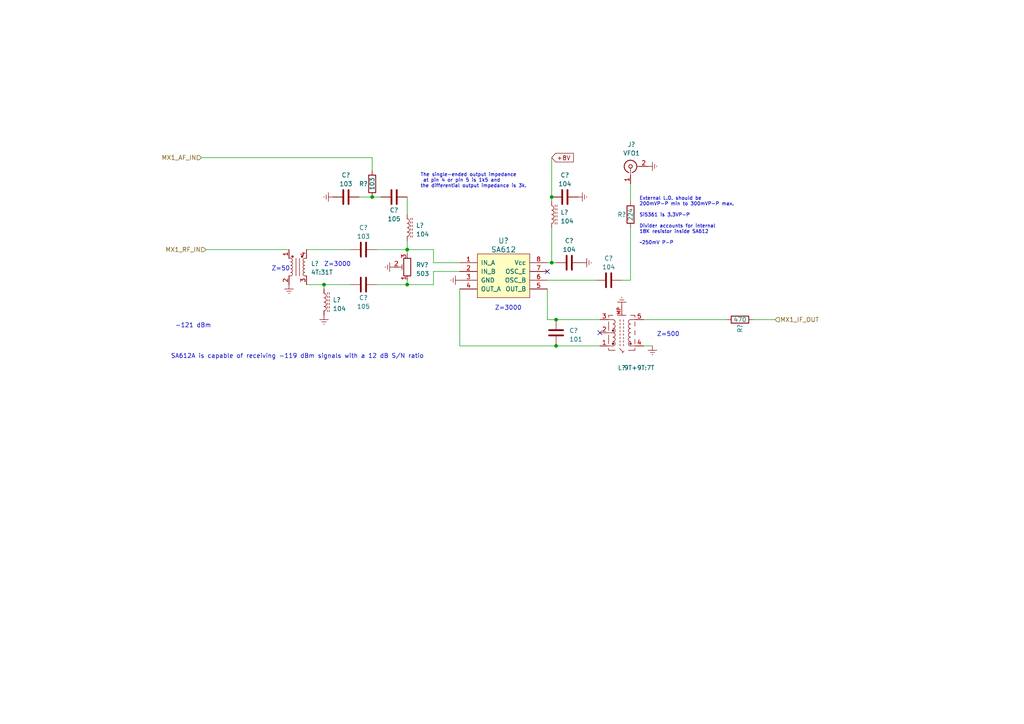
<source format=kicad_sch>
(kicad_sch (version 20230121) (generator eeschema)
  (paper "A4")
  (lib_symbols
    (symbol "Connector:Conn_Coaxial" (pin_names (offset 1.016) hide)
      (property "Reference" "J" (at 0.254 3.048 0))
      (property "Value" "Conn_Coaxial" (at 2.921 0 90))
      (symbol "Conn_Coaxial_0_1"
        (arc (start -1.778 -0.508) (mid 0.2311 -1.8066) (end 1.778 0) (stroke (width 0.254)))
        (polyline (pts (xy -2.54 0) (xy -0.508 0)))
        (polyline (pts (xy 0 -2.54) (xy 0 -1.778)))
        (circle (center 0 0) (radius 0.508) (stroke (width 0.2032)))
        (arc (start 1.778 0) (mid 0.2099 1.8101) (end -1.778 0.508) (stroke (width 0.254)))
      )
      (symbol "Conn_Coaxial_1_1"
        (pin passive line (at -5.08 0 0) (length 2.54) (name "In") (number "1"))
        (pin passive line (at 0 -5.08 90) (length 2.54) (name "Ext") (number "2"))
      )
    )
    (symbol "Device:C" (pin_numbers hide) (pin_names (offset 0.254))
      (property "Reference" "C" (at 0.635 2.54 0))
      (property "Value" "C" (at 0.635 -2.54 0))
      (symbol "C_0_1"
        (polyline (pts (xy -2.032 -0.762) (xy 2.032 -0.762)) (stroke (width 0.508)))
        (polyline (pts (xy -2.032 0.762) (xy 2.032 0.762)) (stroke (width 0.508)))
      )
      (symbol "C_1_1"
        (pin passive line (at 0 3.81 270) (length 2.794) (name "~") (number "1"))
        (pin passive line (at 0 -3.81 90) (length 2.794) (name "~") (number "2"))
      )
    )
    (symbol "Device:L_Ferrite" (pin_numbers hide) (pin_names (offset 1.016) hide)
      (property "Reference" "L" (at -1.27 0 90))
      (property "Value" "L_Ferrite" (at 2.794 0 90))
      (symbol "L_Ferrite_0_1"
        (arc (start 0 -2.54) (mid 0.6323 -1.905) (end 0 -1.27))
        (arc (start 0 -1.27) (mid 0.6323 -0.635) (end 0 0))
        (polyline (pts (xy 1.016 -2.794) (xy 1.016 -2.286)))
        (polyline (pts (xy 1.016 -1.778) (xy 1.016 -1.27)))
        (polyline (pts (xy 1.016 -0.762) (xy 1.016 -0.254)))
        (polyline (pts (xy 1.016 0.254) (xy 1.016 0.762)))
        (polyline (pts (xy 1.016 1.27) (xy 1.016 1.778)))
        (polyline (pts (xy 1.016 2.286) (xy 1.016 2.794)))
        (polyline (pts (xy 1.524 -2.286) (xy 1.524 -2.794)))
        (polyline (pts (xy 1.524 -1.27) (xy 1.524 -1.778)))
        (polyline (pts (xy 1.524 -0.254) (xy 1.524 -0.762)))
        (polyline (pts (xy 1.524 0.762) (xy 1.524 0.254)))
        (polyline (pts (xy 1.524 1.778) (xy 1.524 1.27)))
        (polyline (pts (xy 1.524 2.794) (xy 1.524 2.286)))
        (arc (start 0 0) (mid 0.6323 0.635) (end 0 1.27))
        (arc (start 0 1.27) (mid 0.6323 1.905) (end 0 2.54))
      )
      (symbol "L_Ferrite_1_1"
        (pin passive line (at 0 3.81 270) (length 1.27) (name "1") (number "1"))
        (pin passive line (at 0 -3.81 90) (length 1.27) (name "2") (number "2"))
      )
    )
    (symbol "Device:L_Iron_Coupled_1243" (pin_names (offset 0.254) hide)
      (property "Reference" "L" (at 0 4.445 0))
      (property "Value" "L_Iron_Coupled_1243" (at 0 -4.445 0))
      (symbol "L_Iron_Coupled_1243_0_1"
        (circle (center -3.048 -1.27) (radius 0.254) (fill (type outline)))
        (circle (center -3.048 1.524) (radius 0.254) (fill (type outline)))
        (arc (start -2.54 2.032) (mid -2.032 1.5262) (end -1.524 2.032))
        (arc (start -1.524 -2.032) (mid -2.032 -1.5262) (end -2.54 -2.032))
        (arc (start -1.524 2.032) (mid -1.016 1.5262) (end -0.508 2.032))
        (arc (start -0.508 -2.032) (mid -1.016 -1.5262) (end -1.524 -2.032))
        (arc (start -0.508 2.032) (mid 0 1.5262) (end 0.508 2.032))
        (polyline (pts (xy -2.54 -2.032) (xy -2.54 -2.54)))
        (polyline (pts (xy -2.54 0.508) (xy 2.54 0.508)))
        (polyline (pts (xy -2.54 2.032) (xy -2.54 2.54)))
        (polyline (pts (xy 2.54 -2.032) (xy 2.54 -2.54)))
        (polyline (pts (xy 2.54 -0.508) (xy -2.54 -0.508)))
        (polyline (pts (xy 2.54 2.54) (xy 2.54 2.032)))
        (arc (start 0.508 -2.032) (mid 0 -1.5262) (end -0.508 -2.032))
        (arc (start 0.508 2.032) (mid 1.016 1.5262) (end 1.524 2.032))
        (arc (start 1.524 -2.032) (mid 1.016 -1.5262) (end 0.508 -2.032))
        (arc (start 1.524 2.032) (mid 2.032 1.5262) (end 2.54 2.032))
        (arc (start 2.54 -2.032) (mid 2.032 -1.5262) (end 1.524 -2.032))
      )
      (symbol "L_Iron_Coupled_1243_1_1"
        (pin passive line (at -5.08 2.54 0) (length 2.54) (name "1") (number "1"))
        (pin passive line (at 5.08 2.54 180) (length 2.54) (name "2") (number "2"))
        (pin passive line (at 5.08 -2.54 180) (length 2.54) (name "3") (number "3"))
        (pin passive line (at -5.08 -2.54 0) (length 2.54) (name "4") (number "4"))
      )
    )
    (symbol "Device:R" (pin_numbers hide) (pin_names (offset 0))
      (property "Reference" "R" (at 2.032 0 90))
      (property "Value" "R" (at 0 0 90))
      (symbol "R_0_1"
        (rectangle (start -1.016 -2.54) (end 1.016 2.54) (stroke (width 0.254)))
      )
      (symbol "R_1_1"
        (pin passive line (at 0 3.81 270) (length 1.27) (name "~") (number "1"))
        (pin passive line (at 0 -3.81 90) (length 1.27) (name "~") (number "2"))
      )
    )
    (symbol "Device:R_Potentiometer_Trim" (pin_names (offset 1.016) hide)
      (property "Reference" "RV" (at -4.445 0 90))
      (property "Value" "R_Potentiometer_Trim" (at -2.54 0 90))
      (symbol "R_Potentiometer_Trim_0_1"
        (polyline (pts (xy 1.524 0.762) (xy 1.524 -0.762)))
        (polyline (pts (xy 2.54 0) (xy 1.524 0)))
        (rectangle (start 1.016 2.54) (end -1.016 -2.54) (stroke (width 0.254)))
      )
      (symbol "R_Potentiometer_Trim_1_1"
        (pin passive line (at 0 3.81 270) (length 1.27) (name "1") (number "1"))
        (pin passive line (at 3.81 0 180) (length 1.27) (name "2") (number "2"))
        (pin passive line (at 0 -3.81 90) (length 1.27) (name "3") (number "3"))
      )
    )
    (symbol "PhilsLibrary:L_Core_Ferrite_Coupled_12345" (pin_names (offset 0.254) hide)
      (property "Reference" "L" (at 0 7.493 0))
      (property "Value" "L_Core_Ferrite_Coupled_12345" (at 2.54 -15.24 0))
      (symbol "L_Core_Ferrite_Coupled_12345_0_1"
        (circle (center -2.54 3.175) (radius 0.254) (fill (type outline)))
        (polyline (pts (xy -3.81 -0.635) (xy -3.81 -3.175)))
        (polyline (pts (xy -3.81 3.175) (xy -3.81 0.635)))
        (polyline (pts (xy -3.81 3.81) (xy -2.54 3.81)))
        (polyline (pts (xy -2.54 -3.81) (xy -3.81 -3.81)))
        (polyline (pts (xy -2.54 0) (xy -3.81 0)))
        (polyline (pts (xy -1.27 -5.08) (xy 1.27 -5.08)))
        (polyline (pts (xy -0.508 -2.794) (xy -0.508 -2.286)))
        (polyline (pts (xy -0.508 -1.778) (xy -0.508 -1.27)))
        (polyline (pts (xy -0.508 -0.762) (xy -0.508 -0.254)))
        (polyline (pts (xy -0.508 0.254) (xy -0.508 0.762)))
        (polyline (pts (xy -0.508 1.27) (xy -0.508 1.778)))
        (polyline (pts (xy -0.508 2.286) (xy -0.508 2.794)))
        (polyline (pts (xy 0 -5.715) (xy 0 -5.08)))
        (polyline (pts (xy 0.508 -2.794) (xy 0.508 -2.286)))
        (polyline (pts (xy 0.508 -1.778) (xy 0.508 -1.27)))
        (polyline (pts (xy 0.508 -0.762) (xy 0.508 -0.254)))
        (polyline (pts (xy 0.508 0.254) (xy 0.508 0.762)))
        (polyline (pts (xy 0.508 1.27) (xy 0.508 1.778)))
        (polyline (pts (xy 0.508 2.286) (xy 0.508 2.794)))
        (polyline (pts (xy 2.54 -5.08) (xy 3.81 -5.08)))
        (polyline (pts (xy 3.81 -5.08) (xy 3.81 -4.445)))
        (polyline (pts (xy 3.81 -3.81) (xy 2.54 -3.81)))
        (polyline (pts (xy 3.81 -3.175) (xy 3.81 -1.905)))
        (polyline (pts (xy 3.81 -0.635) (xy 3.81 0.635)))
        (polyline (pts (xy 3.81 3.175) (xy 3.81 1.905)))
        (polyline (pts (xy 3.81 3.81) (xy 2.54 3.81)))
        (polyline (pts (xy -3.81 -4.445) (xy -3.81 -5.08) (xy -2.54 -5.08)))
        (polyline (pts (xy -3.81 4.445) (xy -3.81 5.08) (xy -1.905 5.08)))
        (polyline (pts (xy 3.81 4.445) (xy 3.81 5.08) (xy 1.905 5.08)))
        (polyline (pts (xy -0.635 4.572) (xy 0.381 5.588) (xy 0.635 5.334) (xy 0.127 5.842)))
        (arc (start 2.54 1.27) (mid 1.9077 0.635) (end 2.54 0))
        (circle (center 2.54 3.175) (radius 0.254) (fill (type outline)))
      )
      (symbol "L_Core_Ferrite_Coupled_12345_1_1"
        (arc (start -2.54 -3.81) (mid -1.9077 -3.175) (end -2.54 -2.54))
        (arc (start -2.54 -2.54) (mid -1.9077 -1.905) (end -2.54 -1.27))
        (arc (start -2.54 -1.27) (mid -1.9077 -0.635) (end -2.54 0))
        (circle (center -2.54 -0.635) (radius 0.254) (fill (type outline)))
        (arc (start -2.54 0) (mid -1.9077 0.635) (end -2.54 1.27))
        (arc (start -2.54 1.27) (mid -1.9077 1.905) (end -2.54 2.54))
        (arc (start -2.54 2.54) (mid -1.9077 3.175) (end -2.54 3.81))
        (polyline (pts (xy -0.508 -3.81) (xy -0.508 -3.302)))
        (polyline (pts (xy -0.508 3.302) (xy -0.508 3.81)))
        (polyline (pts (xy 0.508 -3.81) (xy 0.508 -3.302)))
        (polyline (pts (xy 0.508 3.302) (xy 0.508 3.81)))
        (arc (start 2.54 -2.54) (mid 1.9077 -3.175) (end 2.54 -3.81))
        (arc (start 2.54 -1.27) (mid 1.9077 -1.905) (end 2.54 -2.54))
        (arc (start 2.54 0) (mid 1.9077 -0.635) (end 2.54 -1.27))
        (arc (start 2.54 2.54) (mid 1.9077 1.905) (end 2.54 1.27))
        (arc (start 2.54 3.81) (mid 1.9077 3.175) (end 2.54 2.54))
        (pin passive line (at -6.35 3.81 0) (length 2.54) (name "1") (number "1"))
        (pin passive line (at -6.35 0 0) (length 2.54) (name "2") (number "2"))
        (pin passive line (at -6.35 -3.81 0) (length 2.54) (name "3") (number "3"))
        (pin passive line (at 6.35 3.81 180) (length 2.54) (name "4") (number "4"))
        (pin passive line (at 6.35 -3.81 180) (length 2.54) (name "5") (number "5"))
        (pin passive line (at 0 -7.62 90) (length 2.54) (name "MP") (number "MP"))
      )
    )
    (symbol "PhilsLibrary:SA612" (pin_names (offset 1.016))
      (property "Reference" "U" (at 3.81 -7.62 0))
      (property "Value" "SA612" (at -3.81 -7.62 0))
      (symbol "SA612_0_1"
        (rectangle (start -7.62 6.35) (end 7.62 -6.35) (fill (type background)))
      )
      (symbol "SA612_1_1"
        (pin input line (at -12.7 3.81 0) (length 5.08) (name "IN_A") (number "1"))
        (pin input line (at -12.7 1.27 0) (length 5.08) (name "IN_B") (number "2"))
        (pin power_in line (at -12.7 -1.27 0) (length 5.08) (name "GND") (number "3"))
        (pin output line (at -12.7 -3.81 0) (length 5.08) (name "OUT_A") (number "4"))
        (pin output line (at 12.7 -3.81 180) (length 5.08) (name "OUT_B") (number "5"))
        (pin input line (at 12.7 -1.27 180) (length 5.08) (name "OSC_B") (number "6"))
        (pin open_emitter line (at 12.7 1.27 180) (length 5.08) (name "OSC_E") (number "7"))
        (pin power_in line (at 12.7 3.81 180) (length 5.08) (name "Vcc") (number "8"))
      )
    )
    (symbol "power:Earth" (power) (pin_names (offset 0))
      (symbol "Earth_0_1"
        (polyline (pts (xy -0.635 -1.905) (xy 0.635 -1.905)))
        (polyline (pts (xy -0.127 -2.54) (xy 0.127 -2.54)))
        (polyline (pts (xy 0 -1.27) (xy 0 0)))
        (polyline (pts (xy 1.27 -1.27) (xy -1.27 -1.27)))
      )
      (symbol "Earth_1_1"
        (pin power_in line (at 0 0 270) (length 0) hide (name "Earth") (number "1"))
      )
    )
  )
  (junction (at 160.02 57.15))
  (junction (at 161.29 92.71))
  (junction (at 118.11 82.55))
  (junction (at 161.29 100.33))
  (junction (at 107.95 57.15))
  (junction (at 93.98 82.55))
  (junction (at 118.11 72.39))
  (junction (at 160.02 76.2))
  (no_connect (at 158.75 78.74))
  (no_connect (at 173.99 96.52))
  (wire (pts (xy 109.22 72.39) (xy 118.11 72.39)))
  (wire (pts (xy 186.69 92.71) (xy 210.82 92.71)))
  (wire (pts (xy 186.69 100.33) (xy 189.23 100.33)))
  (wire (pts (xy 133.35 76.2) (xy 125.73 76.2)))
  (wire (pts (xy 93.98 83.82) (xy 93.98 82.55)))
  (wire (pts (xy 218.44 92.71) (xy 224.79 92.71)))
  (wire (pts (xy 125.73 78.74) (xy 125.73 82.55)))
  (wire (pts (xy 118.11 72.39) (xy 118.11 73.66)))
  (wire (pts (xy 160.02 57.15) (xy 160.02 58.42)))
  (wire (pts (xy 158.75 83.82) (xy 158.75 92.71)))
  (wire (pts (xy 158.75 76.2) (xy 160.02 76.2)))
  (wire (pts (xy 125.73 76.2) (xy 125.73 72.39)))
  (wire (pts (xy 173.99 100.33) (xy 161.29 100.33)))
  (wire (pts (xy 133.35 78.74) (xy 125.73 78.74)))
  (wire (pts (xy 109.22 82.55) (xy 118.11 82.55)))
  (wire (pts (xy 182.88 58.42) (xy 182.88 53.34)))
  (wire (pts (xy 118.11 69.85) (xy 118.11 72.39)))
  (wire (pts (xy 58.42 45.72) (xy 107.95 45.72)))
  (wire (pts (xy 118.11 72.39) (xy 125.73 72.39)))
  (wire (pts (xy 107.95 57.15) (xy 110.49 57.15)))
  (wire (pts (xy 161.29 92.71) (xy 173.99 92.71)))
  (wire (pts (xy 118.11 82.55) (xy 118.11 81.28)))
  (wire (pts (xy 104.14 57.15) (xy 107.95 57.15)))
  (wire (pts (xy 172.72 81.28) (xy 158.75 81.28)))
  (wire (pts (xy 160.02 76.2) (xy 161.29 76.2)))
  (wire (pts (xy 93.98 82.55) (xy 88.9 82.55)))
  (wire (pts (xy 158.75 92.71) (xy 161.29 92.71)))
  (wire (pts (xy 107.95 45.72) (xy 107.95 49.53)))
  (wire (pts (xy 160.02 66.04) (xy 160.02 76.2)))
  (wire (pts (xy 93.98 82.55) (xy 101.6 82.55)))
  (wire (pts (xy 161.29 100.33) (xy 133.35 100.33)))
  (wire (pts (xy 118.11 57.15) (xy 118.11 62.23)))
  (wire (pts (xy 88.9 72.39) (xy 101.6 72.39)))
  (wire (pts (xy 133.35 100.33) (xy 133.35 83.82)))
  (wire (pts (xy 160.02 45.72) (xy 160.02 57.15)))
  (wire (pts (xy 118.11 82.55) (xy 125.73 82.55)))
  (wire (pts (xy 182.88 66.04) (xy 182.88 81.28)))
  (wire (pts (xy 59.69 72.39) (xy 83.82 72.39)))
  (wire (pts (xy 180.34 81.28) (xy 182.88 81.28)))
  (text "Z=3000" (at 143.51 90.17 0) (effects (font (size 1.27 1.27)) (justify left bottom)))
  (text "SA612A is capable of receiving -119 dBm signals with a 12 dB S/N ratio" (at 49.53 104.14 0) (effects (font (size 1.27 1.27)) (justify left bottom)))
  (text "-121 dBm" (at 50.8 95.25 0) (effects (font (size 1.27 1.27)) (justify left bottom)))
  (text "Z=50" (at 78.74 78.74 0) (effects (font (size 1.27 1.27)) (justify left bottom)))
  (text "External L.O. should be \n200mVP-P min to 300mVP-P max.\n\nSi5361 is 3.3VP-P\n\nDivider accounts for internal \n18K resistor inside SA612\n\n~250mV P-P" (at 185.42 71.12 0) (effects (font (size 1 1)) (justify left bottom)))
  (text "Z=500" (at 190.5 97.79 0) (effects (font (size 1.27 1.27)) (justify left bottom)))
  (text "Z=3000" (at 93.98 77.47 0) (effects (font (size 1.27 1.27)) (justify left bottom)))
  (text "The single-ended output impedance\n at pin 4 or pin 5 is 1k5 and \nthe differential output impedance is 3k." (at 121.92 54.61 0) (effects (font (size 1 1)) (justify left bottom)))
  (global_label "+8V" (shape input) (at 160.02 45.72 0) (property "Intersheetrefs" "${INTERSHEET_REFS}" (effects hide)))
  (hierarchical_label "MX1_AF_IN" (shape input) (at 58.42 45.72 180))
  (hierarchical_label "MX1_RF_IN" (shape input) (at 59.69 72.39 180))
  (hierarchical_label "MX1_IF_OUT" (shape input) (at 224.79 92.71 0))
  (symbol (lib_id "Device:R") (at 182.88 62.23 0) (unit 1)
    (property "Reference" "R?" (at 179.07 62.23 0) (effects (justify left)))
    (property "Value" "224" (at 182.88 62.23 90))
    (property "Footprint" "Capacitor_SMD:C_0805_2012Metric" (effects hide))
    (instances (project "Mixers" (path "" (reference "R?") (unit 1)) (path "" (reference "R2") (unit 1)) (path "" (reference "R4") (unit 1))))
  )
  (symbol (lib_id "Device:C") (at 105.41 82.55 90) (unit 1)
    (property "Reference" "C?" (at 105.41 86.36 90))
    (property "Value" "105" (at 105.41 88.9 90))
    (property "Footprint" "Capacitor_SMD:C_0805_2012Metric" (effects hide))
    (instances (project "Mixers" (path "" (reference "C?") (unit 1)) (path "" (reference "C4") (unit 1)) (path "" (reference "C18") (unit 1))))
  )
  (symbol (lib_id "Device:R") (at 107.95 53.34 0) (unit 1)
    (property "Reference" "R?" (at 105.41 53.34 0))
    (property "Value" "103" (at 107.95 53.34 90))
    (property "Footprint" "Capacitor_SMD:C_0805_2012Metric" (effects hide))
    (instances (project "Mixers" (path "" (reference "R?") (unit 1)) (path "" (reference "R1") (unit 1)) (path "" (reference "R3") (unit 1))))
  )
  (symbol (lib_id "Device:L_Ferrite") (at 118.11 66.04 0) (unit 1)
    (property "Reference" "L?" (at 120.65 65.405 0) (effects (justify left)))
    (property "Value" "104" (at 120.65 67.945 0) (effects (justify left)))
    (property "Footprint" "Inductor_SMD:L_0805_2012Metric" (effects hide))
    (instances (project "Mixers" (path "" (reference "L?") (unit 1)) (path "" (reference "L3") (unit 1)) (path "" (reference "L8") (unit 1))))
  )
  (symbol (lib_id "Device:C") (at 165.1 76.2 90) (unit 1)
    (property "Reference" "C?" (at 165.1 69.85 90))
    (property "Value" "104" (at 165.1 72.39 90))
    (property "Footprint" "Capacitor_SMD:C_0805_2012Metric" (effects hide))
    (instances (project "Mixers" (path "" (reference "C?") (unit 1)) (path "" (reference "C8") (unit 1)) (path "" (reference "C22") (unit 1))))
  )
  (symbol (lib_id "Device:L_Ferrite") (at 93.98 87.63 0) (unit 1)
    (property "Reference" "L?" (at 96.52 86.995 0) (effects (justify left)))
    (property "Value" "104" (at 96.52 89.535 0) (effects (justify left)))
    (property "Footprint" "Inductor_SMD:L_0805_2012Metric" (effects hide))
    (instances (project "Mixers" (path "" (reference "L?") (unit 1)) (path "" (reference "L2") (unit 1)) (path "" (reference "L7") (unit 1))))
  )
  (symbol (lib_id "power:Earth") (at 187.96 48.26 90) (unit 1)
    (property "Reference" "#PWR?" (effects hide))
    (property "Value" "Earth" (effects hide))
    (instances (project "Mixers" (path "" (reference "#PWR?") (unit 1)) (path "" (reference "#PWR015") (unit 1)) (path "" (reference "#PWR045") (unit 1))))
  )
  (symbol (lib_id "Device:R_Potentiometer_Trim") (at 118.11 77.47 180) (unit 1)
    (property "Reference" "RV?" (at 120.65 76.835 0) (effects (justify right)))
    (property "Value" "503" (at 120.65 79.375 0) (effects (justify right)))
    (property "Footprint" "Potentiometer_SMD:Potentiometer_Bourns_3224W_Vertical" (effects hide))
    (instances (project "Mixers" (path "" (reference "RV?") (unit 1)) (path "" (reference "RV1") (unit 1)) (path "" (reference "RV2") (unit 1))))
  )
  (symbol (lib_id "PhilsLibrary:SA612") (at 146.05 80.01 0) (unit 1)
    (property "Reference" "U?" (at 146.05 69.85 0) (effects (font (size 1.524 1.524))))
    (property "Value" "SA612" (at 146.05 72.39 0) (effects (font (size 1.524 1.524))))
    (property "Footprint" "Package_SO:SO-8_3.9x4.9mm_P1.27mm" (effects hide))
    (instances (project "Mixers" (path "" (reference "U?") (unit 1)) (path "" (reference "U1") (unit 1)) (path "" (reference "U2") (unit 1))))
  )
  (symbol (lib_id "PhilsLibrary:L_Core_Ferrite_Coupled_12345") (at 180.34 96.52 0) (mirror x) (unit 1)
    (property "Reference" "L?" (at 180.34 106.68 0))
    (property "Value" "9T+9T:7T" (at 185.42 106.68 0))
    (property "Footprint" "PhilsFootprintLibrary:L_Coilcraft_Slot7_15" (effects hide))
    (instances (project "Mixers" (path "" (reference "L?") (unit 1)) (path "" (reference "L5") (unit 1)) (path "" (reference "L10") (unit 1))))
  )
  (symbol (lib_id "Device:C") (at 161.29 96.52 180) (unit 1)
    (property "Reference" "C?" (at 165.1 95.885 0) (effects (justify right)))
    (property "Value" "101" (at 165.1 98.425 0) (effects (justify right)))
    (property "Footprint" "Capacitor_SMD:C_0805_2012Metric" (effects hide))
    (instances (project "Mixers" (path "" (reference "C?") (unit 1)) (path "" (reference "C6") (unit 1)) (path "" (reference "C20") (unit 1))))
  )
  (symbol (lib_id "power:Earth") (at 93.98 91.44 0) (unit 1)
    (property "Reference" "#PWR?" (effects hide))
    (property "Value" "Earth" (effects hide))
    (instances (project "Mixers" (path "" (reference "#PWR?") (unit 1)) (path "" (reference "#PWR08") (unit 1)) (path "" (reference "#PWR038") (unit 1))))
  )
  (symbol (lib_id "Device:C") (at 176.53 81.28 90) (unit 1)
    (property "Reference" "C?" (at 176.53 74.93 90))
    (property "Value" "104" (at 176.53 77.47 90))
    (property "Footprint" "Capacitor_SMD:C_0805_2012Metric" (effects hide))
    (instances (project "Mixers" (path "" (reference "C?") (unit 1)) (path "" (reference "C9") (unit 1)) (path "" (reference "C23") (unit 1))))
  )
  (symbol (lib_id "power:Earth") (at 96.52 57.15 270) (unit 1)
    (property "Reference" "#PWR?" (effects hide))
    (property "Value" "Earth" (effects hide))
    (instances (project "Mixers" (path "" (reference "#PWR?") (unit 1)) (path "" (reference "#PWR09") (unit 1)) (path "" (reference "#PWR039") (unit 1))))
  )
  (symbol (lib_id "Device:C") (at 100.33 57.15 90) (unit 1)
    (property "Reference" "C?" (at 100.33 50.8 90))
    (property "Value" "103" (at 100.33 53.34 90))
    (property "Footprint" "Capacitor_SMD:C_0805_2012Metric" (effects hide))
    (instances (project "Mixers" (path "" (reference "C?") (unit 1)) (path "" (reference "C2") (unit 1)) (path "" (reference "C16") (unit 1))))
  )
  (symbol (lib_id "power:Earth") (at 83.82 82.55 0) (unit 1)
    (property "Reference" "#PWR?" (effects hide))
    (property "Value" "Earth" (effects hide))
    (instances (project "Mixers" (path "" (reference "#PWR?") (unit 1)) (path "" (reference "#PWR07") (unit 1)) (path "" (reference "#PWR037") (unit 1))))
  )
  (symbol (lib_id "Device:C") (at 163.83 57.15 90) (unit 1)
    (property "Reference" "C?" (at 163.83 50.8 90))
    (property "Value" "104" (at 163.83 53.34 90))
    (property "Footprint" "Capacitor_SMD:C_0805_2012Metric" (effects hide))
    (instances (project "Mixers" (path "" (reference "C?") (unit 1)) (path "" (reference "C7") (unit 1)) (path "" (reference "C21") (unit 1))))
  )
  (symbol (lib_id "power:Earth") (at 168.91 76.2 90) (unit 1)
    (property "Reference" "#PWR?" (effects hide))
    (property "Value" "Earth" (effects hide))
    (instances (project "Mixers" (path "" (reference "#PWR?") (unit 1)) (path "" (reference "#PWR013") (unit 1)) (path "" (reference "#PWR043") (unit 1))))
  )
  (symbol (lib_id "power:Earth") (at 189.23 100.33 0) (unit 1)
    (property "Reference" "#PWR?" (effects hide))
    (property "Value" "Earth" (effects hide))
    (instances (project "Mixers" (path "" (reference "#PWR?") (unit 1)) (path "" (reference "#PWR016") (unit 1)) (path "" (reference "#PWR046") (unit 1))))
  )
  (symbol (lib_id "power:Earth") (at 167.64 57.15 90) (unit 1)
    (property "Reference" "#PWR?" (effects hide))
    (property "Value" "Earth" (effects hide))
    (instances (project "Mixers" (path "" (reference "#PWR?") (unit 1)) (path "" (reference "#PWR012") (unit 1)) (path "" (reference "#PWR042") (unit 1))))
  )
  (symbol (lib_id "power:Earth") (at 133.35 81.28 270) (unit 1)
    (property "Reference" "#PWR?" (effects hide))
    (property "Value" "Earth" (effects hide))
    (instances (project "Mixers" (path "" (reference "#PWR?") (unit 1)) (path "" (reference "#PWR011") (unit 1)) (path "" (reference "#PWR041") (unit 1))))
  )
  (symbol (lib_id "Device:C") (at 105.41 72.39 90) (unit 1)
    (property "Reference" "C?" (at 105.41 66.04 90))
    (property "Value" "103" (at 105.41 68.58 90))
    (property "Footprint" "Capacitor_SMD:C_0805_2012Metric" (effects hide))
    (instances (project "Mixers" (path "" (reference "C?") (unit 1)) (path "" (reference "C3") (unit 1)) (path "" (reference "C17") (unit 1))))
  )
  (symbol (lib_id "Connector:Conn_Coaxial") (at 182.88 48.26 90) (unit 1)
    (property "Reference" "J?" (at 183.1732 41.91 90))
    (property "Value" "VFO1" (at 183.1732 44.45 90))
    (property "Footprint" "Connector_Coaxial:SMA_Amphenol_901-144_Vertical" (effects hide))
    (property "Datasheet" " ~" (effects hide))
    (instances (project "Mixers" (path "" (reference "J?") (unit 1)) (path "" (reference "J3") (unit 1)) (path "" (reference "J2") (unit 1))))
  )
  (symbol (lib_id "Device:L_Iron_Coupled_1243") (at 86.36 77.47 90) (mirror x) (unit 1)
    (property "Reference" "L?" (at 90.17 76.454 90) (effects (justify right)))
    (property "Value" "4T:31T" (at 90.17 78.994 90) (effects (justify right)))
    (property "Footprint" "PhilsFootprintLibrary:Balun_BN-43-2402_SMD" (effects hide))
    (instances (project "Mixers" (path "" (reference "L?") (unit 1)) (path "" (reference "L1") (unit 1)) (path "" (reference "L6") (unit 1))))
  )
  (symbol (lib_id "Device:L_Ferrite") (at 160.02 62.23 0) (unit 1)
    (property "Reference" "L?" (at 162.56 61.595 0) (effects (justify left)))
    (property "Value" "104" (at 162.56 64.135 0) (effects (justify left)))
    (property "Footprint" "Inductor_SMD:L_0805_2012Metric" (effects hide))
    (instances (project "Mixers" (path "" (reference "L?") (unit 1)) (path "" (reference "L4") (unit 1)) (path "" (reference "L9") (unit 1))))
  )
  (symbol (lib_id "Device:C") (at 114.3 57.15 90) (unit 1)
    (property "Reference" "C?" (at 114.3 60.96 90))
    (property "Value" "105" (at 114.3 63.5 90))
    (property "Footprint" "Capacitor_SMD:C_0805_2012Metric" (effects hide))
    (instances (project "Mixers" (path "" (reference "C?") (unit 1)) (path "" (reference "C5") (unit 1)) (path "" (reference "C19") (unit 1))))
  )
  (symbol (lib_id "Device:R") (at 214.63 92.71 90) (unit 1)
    (property "Reference" "R?" (at 214.63 96.52 0) (effects (justify left)))
    (property "Value" "470" (at 214.63 92.71 90))
    (property "Footprint" "Capacitor_SMD:C_0805_2012Metric" (effects hide))
    (instances (project "Mixers" (path "" (reference "R?") (unit 1)) (path "" (reference "R28") (unit 1)) (path "" (reference "R4") (unit 1))))
  )
  (symbol (lib_id "power:Earth") (at 180.34 88.9 180) (unit 1)
    (property "Reference" "#PWR?" (effects hide))
    (property "Value" "Earth" (effects hide))
    (instances (project "Mixers" (path "" (reference "#PWR?") (unit 1)) (path "" (reference "#PWR014") (unit 1)) (path "" (reference "#PWR044") (unit 1))))
  )
  (symbol (lib_id "power:Earth") (at 114.3 77.47 270) (unit 1)
    (property "Reference" "#PWR?" (effects hide))
    (property "Value" "Earth" (effects hide))
    (instances (project "Mixers" (path "" (reference "#PWR?") (unit 1)) (path "" (reference "#PWR010") (unit 1)) (path "" (reference "#PWR040") (unit 1))))
  )
)
</source>
